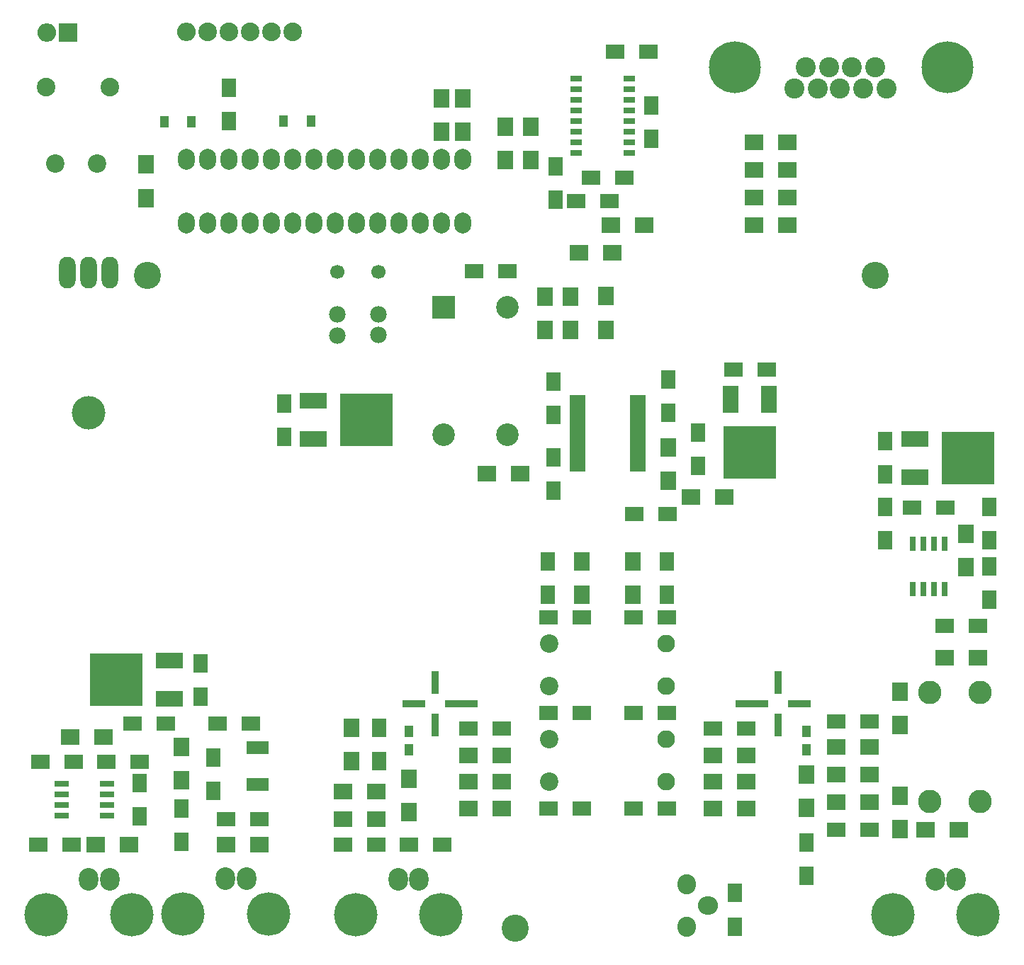
<source format=gts>
G04 #@! TF.FileFunction,Soldermask,Top*
%FSLAX46Y46*%
G04 Gerber Fmt 4.6, Leading zero omitted, Abs format (unit mm)*
G04 Created by KiCad (PCBNEW 4.0.2-stable) date 2021 June 24, Thursday 23:09:03*
%MOMM*%
G01*
G04 APERTURE LIST*
%ADD10C,0.100000*%
%ADD11R,1.950000X0.650000*%
%ADD12R,1.800000X2.200000*%
%ADD13R,1.900000X2.200000*%
%ADD14R,2.200000X1.800000*%
%ADD15R,1.110000X1.420000*%
%ADD16R,3.248000X1.851000*%
%ADD17R,6.296000X6.296000*%
%ADD18R,1.851000X3.248000*%
%ADD19R,1.750000X0.800000*%
%ADD20R,0.800000X1.750000*%
%ADD21R,0.650000X1.650000*%
%ADD22R,2.200000X1.900000*%
%ADD23O,2.232000X2.232000*%
%ADD24C,2.232000*%
%ADD25R,2.232000X2.232000*%
%ADD26C,2.200000*%
%ADD27R,1.100000X1.400000*%
%ADD28C,2.105000*%
%ADD29C,1.700000*%
%ADD30R,2.699360X2.699360*%
%ADD31C,2.699360*%
%ADD32O,2.000000X3.800000*%
%ADD33C,4.000000*%
%ADD34R,1.343000X0.708000*%
%ADD35R,0.962000X2.740000*%
%ADD36R,4.010000X0.962000*%
%ADD37R,2.740000X0.962000*%
%ADD38C,1.978000*%
%ADD39O,2.000000X2.500000*%
%ADD40O,5.200000X5.200000*%
%ADD41O,2.300000X2.700000*%
%ADD42C,2.800000*%
%ADD43O,2.400000X2.200000*%
%ADD44O,2.200000X2.400000*%
%ADD45C,6.200000*%
%ADD46C,2.400000*%
%ADD47C,3.248000*%
G04 APERTURE END LIST*
D10*
D11*
X79458000Y-58767000D03*
X79458000Y-59417000D03*
X79458000Y-60067000D03*
X79458000Y-60717000D03*
X79458000Y-61367000D03*
X79458000Y-62017000D03*
X79458000Y-62667000D03*
X79458000Y-63317000D03*
X79458000Y-63967000D03*
X79458000Y-64617000D03*
X79458000Y-65267000D03*
X79458000Y-65917000D03*
X79458000Y-66567000D03*
X79458000Y-67217000D03*
X86658000Y-67217000D03*
X86658000Y-66567000D03*
X86658000Y-65917000D03*
X86658000Y-65267000D03*
X86658000Y-64617000D03*
X86658000Y-63967000D03*
X86658000Y-63317000D03*
X86658000Y-62667000D03*
X86658000Y-62017000D03*
X86658000Y-61367000D03*
X86658000Y-60717000D03*
X86658000Y-60067000D03*
X86658000Y-59417000D03*
X86658000Y-58767000D03*
D12*
X76581000Y-60801000D03*
X76581000Y-56801000D03*
D13*
X80010000Y-82264000D03*
X80010000Y-78264000D03*
D12*
X90170000Y-82264000D03*
X90170000Y-78264000D03*
D14*
X41497000Y-109093000D03*
X37497000Y-109093000D03*
D12*
X34417000Y-90456000D03*
X34417000Y-94456000D03*
D14*
X30321000Y-97663000D03*
X26321000Y-97663000D03*
D12*
X93853000Y-62897000D03*
X93853000Y-66897000D03*
X75946000Y-78264000D03*
X75946000Y-82264000D03*
D14*
X75978000Y-84963000D03*
X79978000Y-84963000D03*
X75978000Y-96393000D03*
X79978000Y-96393000D03*
X75978000Y-107823000D03*
X79978000Y-107823000D03*
D12*
X44406000Y-59397000D03*
X44406000Y-63397000D03*
D14*
X102076000Y-55372000D03*
X98076000Y-55372000D03*
X55467000Y-112141000D03*
X51467000Y-112141000D03*
D12*
X37846000Y-25622000D03*
X37846000Y-21622000D03*
D14*
X59341000Y-112141000D03*
X63341000Y-112141000D03*
X67088000Y-43561000D03*
X71088000Y-43561000D03*
X70453000Y-98298000D03*
X66453000Y-98298000D03*
D12*
X55753000Y-98203000D03*
X55753000Y-102203000D03*
X76581000Y-65818000D03*
X76581000Y-69818000D03*
X90297000Y-56547000D03*
X90297000Y-60547000D03*
X32131000Y-111855000D03*
X32131000Y-107855000D03*
X35941000Y-101759000D03*
X35941000Y-105759000D03*
D14*
X40481000Y-97663000D03*
X36481000Y-97663000D03*
X19018000Y-112141000D03*
X15018000Y-112141000D03*
D12*
X116205000Y-71787000D03*
X116205000Y-75787000D03*
D14*
X15272000Y-102235000D03*
X19272000Y-102235000D03*
X119412000Y-71882000D03*
X123412000Y-71882000D03*
D12*
X27178000Y-104807000D03*
X27178000Y-108807000D03*
X128651000Y-78899000D03*
X128651000Y-82899000D03*
X128651000Y-75787000D03*
X128651000Y-71787000D03*
X116205000Y-67913000D03*
X116205000Y-63913000D03*
D14*
X27146000Y-102235000D03*
X23146000Y-102235000D03*
X127349000Y-85979000D03*
X123349000Y-85979000D03*
X90138000Y-107823000D03*
X86138000Y-107823000D03*
X90138000Y-96393000D03*
X86138000Y-96393000D03*
X90138000Y-84963000D03*
X86138000Y-84963000D03*
X110395000Y-110363000D03*
X114395000Y-110363000D03*
X110395000Y-97409000D03*
X114395000Y-97409000D03*
X95663000Y-98298000D03*
X99663000Y-98298000D03*
D12*
X106807000Y-111919000D03*
X106807000Y-115919000D03*
D15*
X47609000Y-25654000D03*
X44339000Y-25654000D03*
X30071000Y-25710000D03*
X33341000Y-25710000D03*
D16*
X47879000Y-59055000D03*
D17*
X54229000Y-61341000D03*
D16*
X47879000Y-63627000D03*
D18*
X102362000Y-58928000D03*
D17*
X100076000Y-65278000D03*
D18*
X97790000Y-58928000D03*
D19*
X23274000Y-108712000D03*
X23274000Y-107442000D03*
X23274000Y-106172000D03*
X23274000Y-104902000D03*
X17874000Y-104902000D03*
X17874000Y-106172000D03*
X17874000Y-107442000D03*
X17874000Y-108712000D03*
D20*
X123317000Y-76167000D03*
X122047000Y-76167000D03*
X120777000Y-76167000D03*
X119507000Y-76167000D03*
X119507000Y-81567000D03*
X120777000Y-81567000D03*
X122047000Y-81567000D03*
X123317000Y-81567000D03*
D21*
X40300000Y-104943000D03*
X40950000Y-104943000D03*
X41600000Y-104943000D03*
X42250000Y-104943000D03*
X42250000Y-100543000D03*
X41600000Y-100543000D03*
X40950000Y-100543000D03*
X40300000Y-100543000D03*
D22*
X104572000Y-38029000D03*
X100572000Y-38029000D03*
X100572000Y-34727000D03*
X104572000Y-34727000D03*
D13*
X27896000Y-30822000D03*
X27896000Y-34822000D03*
X86106000Y-78264000D03*
X86106000Y-82264000D03*
D22*
X72612000Y-67818000D03*
X68612000Y-67818000D03*
D13*
X90297000Y-64675000D03*
X90297000Y-68675000D03*
D22*
X96996000Y-70612000D03*
X92996000Y-70612000D03*
X55467000Y-109093000D03*
X51467000Y-109093000D03*
X55467000Y-105791000D03*
X51467000Y-105791000D03*
D13*
X52451000Y-102203000D03*
X52451000Y-98203000D03*
D22*
X66453000Y-101473000D03*
X70453000Y-101473000D03*
X66453000Y-104648000D03*
X70453000Y-104648000D03*
X70453000Y-107823000D03*
X66453000Y-107823000D03*
D13*
X59309000Y-104299000D03*
X59309000Y-108299000D03*
D22*
X104572000Y-28123000D03*
X100572000Y-28123000D03*
X100572000Y-31425000D03*
X104572000Y-31425000D03*
X83471000Y-38100000D03*
X87471000Y-38100000D03*
D13*
X70866000Y-26321000D03*
X70866000Y-30321000D03*
X73914000Y-26321000D03*
X73914000Y-30321000D03*
X65786000Y-22892000D03*
X65786000Y-26892000D03*
X63246000Y-26892000D03*
X63246000Y-22892000D03*
X75565000Y-50641000D03*
X75565000Y-46641000D03*
X78613000Y-46641000D03*
X78613000Y-50641000D03*
D22*
X79661000Y-41402000D03*
X83661000Y-41402000D03*
D13*
X82887000Y-50570000D03*
X82887000Y-46570000D03*
D22*
X41497000Y-112141000D03*
X37497000Y-112141000D03*
D13*
X32131000Y-100489000D03*
X32131000Y-104489000D03*
D22*
X18828000Y-99314000D03*
X22828000Y-99314000D03*
X25876000Y-112141000D03*
X21876000Y-112141000D03*
X125063000Y-110363000D03*
X121063000Y-110363000D03*
X123349000Y-89789000D03*
X127349000Y-89789000D03*
D13*
X125857000Y-78962000D03*
X125857000Y-74962000D03*
X117983000Y-106331000D03*
X117983000Y-110331000D03*
X117983000Y-93885000D03*
X117983000Y-97885000D03*
D22*
X110395000Y-107061000D03*
X114395000Y-107061000D03*
X114395000Y-100457000D03*
X110395000Y-100457000D03*
X99663000Y-101473000D03*
X95663000Y-101473000D03*
X95663000Y-107823000D03*
X99663000Y-107823000D03*
X110395000Y-103759000D03*
X114395000Y-103759000D03*
X99663000Y-104648000D03*
X95663000Y-104648000D03*
D13*
X106807000Y-107791000D03*
X106807000Y-103791000D03*
D23*
X32766000Y-14986000D03*
D24*
X35306000Y-14986000D03*
X37846000Y-14986000D03*
X40386000Y-14986000D03*
X42926000Y-14986000D03*
X45466000Y-14986000D03*
D25*
X18625000Y-15042000D03*
D23*
X16085000Y-15042000D03*
D16*
X30734000Y-94742000D03*
D17*
X24384000Y-92456000D03*
D16*
X30734000Y-90170000D03*
X119761000Y-63627000D03*
D17*
X126111000Y-65913000D03*
D16*
X119761000Y-68199000D03*
D26*
X76073000Y-93218000D03*
X76073000Y-88138000D03*
X76073000Y-104648000D03*
X76073000Y-99568000D03*
D27*
X59309000Y-100795000D03*
X59309000Y-98595000D03*
D28*
X90043000Y-104648000D03*
X90043000Y-99568000D03*
X90043000Y-93218000D03*
X90043000Y-88138000D03*
D27*
X106807000Y-98595000D03*
X106807000Y-100795000D03*
D29*
X55653940Y-43688000D03*
X50772060Y-43688000D03*
D30*
X63500000Y-47879000D03*
D31*
X63500000Y-63119000D03*
X71120000Y-63119000D03*
X71120000Y-47879000D03*
D32*
X21038000Y-43744000D03*
X23578000Y-43744000D03*
X18498000Y-43744000D03*
D33*
X21038000Y-60508000D03*
D34*
X79311500Y-29400500D03*
X79311500Y-26860500D03*
X79311500Y-25590500D03*
X79311500Y-24320500D03*
X79311500Y-23050500D03*
X79311500Y-21780500D03*
X79311500Y-20510500D03*
X85661500Y-20510500D03*
X85661500Y-21780500D03*
X85661500Y-23050500D03*
X85661500Y-24320500D03*
X85661500Y-25590500D03*
X85661500Y-26860500D03*
X85661500Y-28130500D03*
X85661500Y-29400500D03*
X79311500Y-28130500D03*
D14*
X86265000Y-72644000D03*
X90265000Y-72644000D03*
D12*
X76835000Y-35020000D03*
X76835000Y-31020000D03*
X98254000Y-117944000D03*
X98254000Y-121944000D03*
D14*
X85058000Y-32385000D03*
X81058000Y-32385000D03*
D12*
X88265000Y-27781000D03*
X88265000Y-23781000D03*
D14*
X83935000Y-17328000D03*
X87935000Y-17328000D03*
X83280000Y-35179000D03*
X79280000Y-35179000D03*
D35*
X62440000Y-97846000D03*
X62440000Y-92766000D03*
D36*
X65615000Y-95306000D03*
D37*
X59900000Y-95306000D03*
D35*
X103461000Y-92766000D03*
X103461000Y-97846000D03*
D36*
X100286000Y-95306000D03*
D37*
X106001000Y-95306000D03*
D38*
X50756000Y-51237000D03*
X50756000Y-48737000D03*
X55709000Y-48697000D03*
X55709000Y-51197000D03*
D24*
X23578000Y-21519000D03*
X15958000Y-21519000D03*
D39*
X32766000Y-37846000D03*
X35306000Y-37846000D03*
X37846000Y-37846000D03*
X40386000Y-37846000D03*
X42926000Y-37846000D03*
X45466000Y-37846000D03*
X48006000Y-37846000D03*
X50546000Y-37846000D03*
X53086000Y-37846000D03*
X55626000Y-37846000D03*
X58166000Y-37846000D03*
X60706000Y-37846000D03*
X63246000Y-37846000D03*
X65786000Y-37846000D03*
X65786000Y-30226000D03*
X63246000Y-30226000D03*
X60706000Y-30226000D03*
X58166000Y-30226000D03*
X55626000Y-30226000D03*
X53086000Y-30226000D03*
X50546000Y-30226000D03*
X48006000Y-30226000D03*
X45466000Y-30226000D03*
X42926000Y-30226000D03*
X40386000Y-30226000D03*
X37846000Y-30226000D03*
X35306000Y-30226000D03*
X32766000Y-30226000D03*
D26*
X22054000Y-30663000D03*
X17054000Y-30663000D03*
D40*
X26179780Y-120548400D03*
X15981680Y-120548400D03*
D41*
X21082000Y-116283740D03*
X23581360Y-116283740D03*
D40*
X127322580Y-120548400D03*
X117124480Y-120548400D03*
D41*
X122224800Y-116283740D03*
X124724160Y-116283740D03*
D40*
X42518780Y-120477400D03*
X32320680Y-120477400D03*
D41*
X37421000Y-116212740D03*
X39920360Y-116212740D03*
D40*
X63136780Y-120548400D03*
X52938680Y-120548400D03*
D41*
X58039000Y-116283740D03*
X60538360Y-116283740D03*
D42*
X127586740Y-106956860D03*
X127586740Y-93957140D03*
X121587260Y-106956860D03*
X121587260Y-93957140D03*
D43*
X95079000Y-119436000D03*
D44*
X92539000Y-116896000D03*
X92539000Y-121976000D03*
D45*
X123647200Y-19227800D03*
X98247200Y-19227800D03*
D46*
X116408200Y-21767800D03*
X113614200Y-21767800D03*
X110820200Y-21767800D03*
X108153200Y-21767800D03*
X105359200Y-21767800D03*
X106756200Y-19227800D03*
X109550200Y-19227800D03*
X112217200Y-19227800D03*
X115011200Y-19227800D03*
D47*
X28067000Y-44069000D03*
X115062000Y-44069000D03*
X72009000Y-122174000D03*
M02*

</source>
